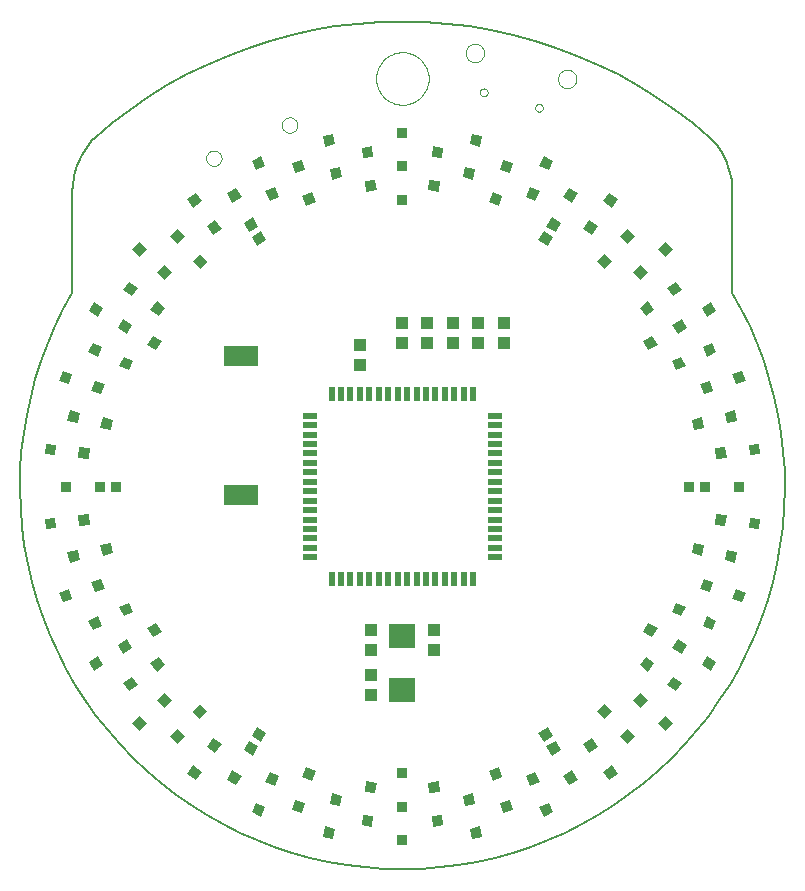
<source format=gbp>
G75*
G70*
%OFA0B0*%
%FSLAX24Y24*%
%IPPOS*%
%LPD*%
%AMOC8*
5,1,8,0,0,1.08239X$1,22.5*
%
%ADD10C,0.0050*%
%ADD11C,0.0000*%
%ADD12R,0.0350X0.0350*%
%ADD13R,0.0350X0.0350*%
%ADD14R,0.0200X0.0470*%
%ADD15R,0.0470X0.0200*%
%ADD16R,0.0394X0.0433*%
%ADD17R,0.0433X0.0394*%
%ADD18R,0.0866X0.0800*%
%ADD19R,0.1181X0.0689*%
D10*
X004605Y022052D02*
X004303Y021507D01*
X004029Y020948D01*
X003781Y020376D01*
X003562Y019793D01*
X003372Y019200D01*
X003211Y018598D01*
X003080Y017989D01*
X002978Y017375D01*
X002907Y016756D01*
X002866Y016134D01*
X002855Y015512D01*
X002875Y014889D01*
X002925Y014268D01*
X003006Y013651D01*
X003116Y013038D01*
X003256Y012431D01*
X003426Y011831D01*
X003625Y011241D01*
X003852Y010661D01*
X004108Y010093D01*
X004391Y009538D01*
X004701Y008998D01*
X005036Y008473D01*
X005397Y007965D01*
X005782Y007476D01*
X006191Y007006D01*
X006622Y006556D01*
X007075Y006129D01*
X007548Y005723D01*
X008040Y005342D01*
X008551Y004984D01*
X009078Y004653D01*
X009620Y004347D01*
X010177Y004068D01*
X010747Y003817D01*
X011329Y003593D01*
X011921Y003399D01*
X012521Y003234D01*
X013129Y003098D01*
X013743Y002992D01*
X014361Y002916D01*
X014982Y002870D01*
X015605Y002855D01*
X016228Y002870D01*
X016849Y002916D01*
X017467Y002992D01*
X018081Y003098D01*
X018689Y003234D01*
X019289Y003399D01*
X019881Y003593D01*
X020463Y003817D01*
X021033Y004068D01*
X021590Y004347D01*
X022132Y004653D01*
X022659Y004984D01*
X023170Y005342D01*
X023662Y005723D01*
X024135Y006129D01*
X024588Y006556D01*
X025019Y007006D01*
X025428Y007476D01*
X025813Y007965D01*
X026174Y008473D01*
X026509Y008998D01*
X026819Y009538D01*
X027102Y010093D01*
X027358Y010661D01*
X027585Y011241D01*
X027784Y011831D01*
X027954Y012431D01*
X028094Y013038D01*
X028204Y013651D01*
X028285Y014268D01*
X028335Y014889D01*
X028355Y015512D01*
X028344Y016134D01*
X028303Y016756D01*
X028232Y017375D01*
X028130Y017989D01*
X027999Y018598D01*
X027838Y019200D01*
X027648Y019793D01*
X027429Y020376D01*
X027181Y020948D01*
X026907Y021507D01*
X026605Y022052D01*
X026605Y025480D01*
X026601Y025595D01*
X026592Y025710D01*
X026577Y025824D01*
X026557Y025937D01*
X026532Y026050D01*
X026502Y026161D01*
X026466Y026270D01*
X026426Y026378D01*
X026381Y026484D01*
X026331Y026587D01*
X026276Y026688D01*
X026216Y026787D01*
X026153Y026882D01*
X026084Y026975D01*
X026012Y027064D01*
X025935Y027150D01*
X025855Y027232D01*
X025283Y027712D01*
X024689Y028164D01*
X024074Y028587D01*
X023439Y028980D01*
X022786Y029341D01*
X022116Y029671D01*
X021431Y029968D01*
X020733Y030232D01*
X020023Y030462D01*
X019302Y030658D01*
X018573Y030818D01*
X017837Y030943D01*
X017096Y031033D01*
X016351Y031087D01*
X015605Y031105D01*
X014859Y031087D01*
X014114Y031033D01*
X013373Y030943D01*
X012637Y030818D01*
X011908Y030658D01*
X011187Y030462D01*
X010477Y030232D01*
X009779Y029968D01*
X009094Y029671D01*
X008424Y029341D01*
X007771Y028980D01*
X007136Y028587D01*
X006521Y028164D01*
X005927Y027712D01*
X005355Y027232D01*
X004605Y025355D02*
X004605Y022052D01*
X004605Y025355D02*
X004606Y025477D01*
X004613Y025599D01*
X004626Y025720D01*
X004644Y025841D01*
X004668Y025960D01*
X004697Y026079D01*
X004732Y026196D01*
X004772Y026311D01*
X004817Y026424D01*
X004867Y026535D01*
X004923Y026644D01*
X004983Y026750D01*
X005049Y026853D01*
X005119Y026953D01*
X005193Y027050D01*
X005272Y027143D01*
X005355Y027232D01*
D11*
X009064Y026549D02*
X009066Y026580D01*
X009072Y026611D01*
X009081Y026641D01*
X009094Y026670D01*
X009111Y026697D01*
X009131Y026721D01*
X009153Y026743D01*
X009179Y026762D01*
X009206Y026778D01*
X009235Y026790D01*
X009265Y026799D01*
X009296Y026804D01*
X009328Y026805D01*
X009359Y026802D01*
X009390Y026795D01*
X009420Y026785D01*
X009448Y026771D01*
X009474Y026753D01*
X009498Y026733D01*
X009519Y026709D01*
X009538Y026684D01*
X009553Y026656D01*
X009564Y026627D01*
X009572Y026596D01*
X009576Y026565D01*
X009576Y026533D01*
X009572Y026502D01*
X009564Y026471D01*
X009553Y026442D01*
X009538Y026414D01*
X009519Y026389D01*
X009498Y026365D01*
X009474Y026345D01*
X009448Y026327D01*
X009420Y026313D01*
X009390Y026303D01*
X009359Y026296D01*
X009328Y026293D01*
X009296Y026294D01*
X009265Y026299D01*
X009235Y026308D01*
X009206Y026320D01*
X009179Y026336D01*
X009153Y026355D01*
X009131Y026377D01*
X009111Y026401D01*
X009094Y026428D01*
X009081Y026457D01*
X009072Y026487D01*
X009066Y026518D01*
X009064Y026549D01*
X011590Y027653D02*
X011592Y027684D01*
X011598Y027715D01*
X011607Y027745D01*
X011620Y027774D01*
X011637Y027801D01*
X011657Y027825D01*
X011679Y027847D01*
X011705Y027866D01*
X011732Y027882D01*
X011761Y027894D01*
X011791Y027903D01*
X011822Y027908D01*
X011854Y027909D01*
X011885Y027906D01*
X011916Y027899D01*
X011946Y027889D01*
X011974Y027875D01*
X012000Y027857D01*
X012024Y027837D01*
X012045Y027813D01*
X012064Y027788D01*
X012079Y027760D01*
X012090Y027731D01*
X012098Y027700D01*
X012102Y027669D01*
X012102Y027637D01*
X012098Y027606D01*
X012090Y027575D01*
X012079Y027546D01*
X012064Y027518D01*
X012045Y027493D01*
X012024Y027469D01*
X012000Y027449D01*
X011974Y027431D01*
X011946Y027417D01*
X011916Y027407D01*
X011885Y027400D01*
X011854Y027397D01*
X011822Y027398D01*
X011791Y027403D01*
X011761Y027412D01*
X011732Y027424D01*
X011705Y027440D01*
X011679Y027459D01*
X011657Y027481D01*
X011637Y027505D01*
X011620Y027532D01*
X011607Y027561D01*
X011598Y027591D01*
X011592Y027622D01*
X011590Y027653D01*
X014730Y029205D02*
X014732Y029264D01*
X014738Y029323D01*
X014748Y029381D01*
X014762Y029439D01*
X014779Y029495D01*
X014801Y029550D01*
X014826Y029604D01*
X014855Y029655D01*
X014887Y029705D01*
X014922Y029752D01*
X014961Y029797D01*
X015002Y029839D01*
X015046Y029878D01*
X015093Y029915D01*
X015142Y029948D01*
X015193Y029977D01*
X015246Y030003D01*
X015301Y030026D01*
X015357Y030044D01*
X015414Y030059D01*
X015473Y030070D01*
X015531Y030077D01*
X015590Y030080D01*
X015649Y030079D01*
X015708Y030074D01*
X015767Y030065D01*
X015824Y030052D01*
X015881Y030035D01*
X015936Y030015D01*
X015990Y029991D01*
X016042Y029963D01*
X016093Y029932D01*
X016141Y029897D01*
X016186Y029859D01*
X016229Y029818D01*
X016269Y029775D01*
X016306Y029729D01*
X016340Y029680D01*
X016370Y029630D01*
X016397Y029577D01*
X016420Y029523D01*
X016440Y029467D01*
X016456Y029410D01*
X016468Y029352D01*
X016476Y029294D01*
X016480Y029235D01*
X016480Y029175D01*
X016476Y029116D01*
X016468Y029058D01*
X016456Y029000D01*
X016440Y028943D01*
X016420Y028887D01*
X016397Y028833D01*
X016370Y028780D01*
X016340Y028730D01*
X016306Y028681D01*
X016269Y028635D01*
X016229Y028592D01*
X016186Y028551D01*
X016141Y028513D01*
X016093Y028478D01*
X016043Y028447D01*
X015990Y028419D01*
X015936Y028395D01*
X015881Y028375D01*
X015824Y028358D01*
X015767Y028345D01*
X015708Y028336D01*
X015649Y028331D01*
X015590Y028330D01*
X015531Y028333D01*
X015473Y028340D01*
X015414Y028351D01*
X015357Y028366D01*
X015301Y028384D01*
X015246Y028407D01*
X015193Y028433D01*
X015142Y028462D01*
X015093Y028495D01*
X015046Y028532D01*
X015002Y028571D01*
X014961Y028613D01*
X014922Y028658D01*
X014887Y028705D01*
X014855Y028755D01*
X014826Y028806D01*
X014801Y028860D01*
X014779Y028915D01*
X014762Y028971D01*
X014748Y029029D01*
X014738Y029087D01*
X014732Y029146D01*
X014730Y029205D01*
X017712Y030056D02*
X017714Y030091D01*
X017720Y030125D01*
X017730Y030158D01*
X017743Y030191D01*
X017760Y030221D01*
X017781Y030249D01*
X017804Y030275D01*
X017831Y030298D01*
X017859Y030317D01*
X017890Y030333D01*
X017923Y030346D01*
X017956Y030355D01*
X017991Y030360D01*
X018026Y030361D01*
X018060Y030358D01*
X018095Y030351D01*
X018128Y030340D01*
X018159Y030326D01*
X018189Y030308D01*
X018217Y030287D01*
X018242Y030262D01*
X018264Y030235D01*
X018283Y030206D01*
X018298Y030175D01*
X018310Y030142D01*
X018318Y030108D01*
X018322Y030073D01*
X018322Y030039D01*
X018318Y030004D01*
X018310Y029970D01*
X018298Y029937D01*
X018283Y029906D01*
X018264Y029877D01*
X018242Y029850D01*
X018217Y029825D01*
X018189Y029804D01*
X018159Y029786D01*
X018128Y029772D01*
X018095Y029761D01*
X018060Y029754D01*
X018026Y029751D01*
X017991Y029752D01*
X017956Y029757D01*
X017923Y029766D01*
X017890Y029779D01*
X017859Y029795D01*
X017831Y029814D01*
X017804Y029837D01*
X017781Y029863D01*
X017760Y029891D01*
X017743Y029921D01*
X017730Y029954D01*
X017720Y029987D01*
X017714Y030021D01*
X017712Y030056D01*
X018190Y028745D02*
X018192Y028767D01*
X018198Y028789D01*
X018207Y028809D01*
X018220Y028827D01*
X018236Y028843D01*
X018254Y028856D01*
X018274Y028865D01*
X018296Y028871D01*
X018318Y028873D01*
X018340Y028871D01*
X018362Y028865D01*
X018382Y028856D01*
X018400Y028843D01*
X018416Y028827D01*
X018429Y028809D01*
X018438Y028789D01*
X018444Y028767D01*
X018446Y028745D01*
X018444Y028723D01*
X018438Y028701D01*
X018429Y028681D01*
X018416Y028663D01*
X018400Y028647D01*
X018382Y028634D01*
X018362Y028625D01*
X018340Y028619D01*
X018318Y028617D01*
X018296Y028619D01*
X018274Y028625D01*
X018254Y028634D01*
X018236Y028647D01*
X018220Y028663D01*
X018207Y028681D01*
X018198Y028701D01*
X018192Y028723D01*
X018190Y028745D01*
X020029Y028228D02*
X020031Y028250D01*
X020037Y028272D01*
X020046Y028292D01*
X020059Y028310D01*
X020075Y028326D01*
X020093Y028339D01*
X020113Y028348D01*
X020135Y028354D01*
X020157Y028356D01*
X020179Y028354D01*
X020201Y028348D01*
X020221Y028339D01*
X020239Y028326D01*
X020255Y028310D01*
X020268Y028292D01*
X020277Y028272D01*
X020283Y028250D01*
X020285Y028228D01*
X020283Y028206D01*
X020277Y028184D01*
X020268Y028164D01*
X020255Y028146D01*
X020239Y028130D01*
X020221Y028117D01*
X020201Y028108D01*
X020179Y028102D01*
X020157Y028100D01*
X020135Y028102D01*
X020113Y028108D01*
X020093Y028117D01*
X020075Y028130D01*
X020059Y028146D01*
X020046Y028164D01*
X020037Y028184D01*
X020031Y028206D01*
X020029Y028228D01*
X020792Y029190D02*
X020794Y029225D01*
X020800Y029259D01*
X020810Y029292D01*
X020823Y029325D01*
X020840Y029355D01*
X020861Y029383D01*
X020884Y029409D01*
X020911Y029432D01*
X020939Y029451D01*
X020970Y029467D01*
X021003Y029480D01*
X021036Y029489D01*
X021071Y029494D01*
X021106Y029495D01*
X021140Y029492D01*
X021175Y029485D01*
X021208Y029474D01*
X021239Y029460D01*
X021269Y029442D01*
X021297Y029421D01*
X021322Y029396D01*
X021344Y029369D01*
X021363Y029340D01*
X021378Y029309D01*
X021390Y029276D01*
X021398Y029242D01*
X021402Y029207D01*
X021402Y029173D01*
X021398Y029138D01*
X021390Y029104D01*
X021378Y029071D01*
X021363Y029040D01*
X021344Y029011D01*
X021322Y028984D01*
X021297Y028959D01*
X021269Y028938D01*
X021239Y028920D01*
X021208Y028906D01*
X021175Y028895D01*
X021140Y028888D01*
X021106Y028885D01*
X021071Y028886D01*
X021036Y028891D01*
X021003Y028900D01*
X020970Y028913D01*
X020939Y028929D01*
X020911Y028948D01*
X020884Y028971D01*
X020861Y028997D01*
X020840Y029025D01*
X020823Y029055D01*
X020810Y029088D01*
X020800Y029121D01*
X020794Y029155D01*
X020792Y029190D01*
D12*
X015605Y027400D03*
X015605Y026275D03*
X015605Y025150D03*
X006060Y015605D03*
X005525Y015605D03*
X004400Y015605D03*
X015605Y006060D03*
X015605Y004935D03*
X015605Y003810D03*
X025150Y015605D03*
X025685Y015605D03*
X026810Y015605D03*
D13*
G36*
X006851Y007959D02*
X007086Y007700D01*
X006827Y007465D01*
X006592Y007724D01*
X006851Y007959D01*
G37*
G36*
X007687Y008712D02*
X007922Y008453D01*
X007663Y008218D01*
X007428Y008477D01*
X007687Y008712D01*
G37*
G36*
X007412Y009436D02*
X007206Y009718D01*
X007488Y009924D01*
X007694Y009642D01*
X007412Y009436D01*
G37*
G36*
X006502Y008775D02*
X006296Y009057D01*
X006578Y009263D01*
X006784Y008981D01*
X006502Y008775D01*
G37*
G36*
X005454Y009946D02*
X005629Y009643D01*
X005326Y009468D01*
X005151Y009771D01*
X005454Y009946D01*
G37*
G36*
X006428Y010509D02*
X006603Y010206D01*
X006300Y010031D01*
X006125Y010334D01*
X006428Y010509D01*
G37*
G36*
X007403Y011071D02*
X007578Y010768D01*
X007275Y010593D01*
X007100Y010896D01*
X007403Y011071D01*
G37*
G36*
X006309Y011274D02*
X006166Y011593D01*
X006485Y011736D01*
X006628Y011417D01*
X006309Y011274D01*
G37*
G36*
X005281Y010817D02*
X005138Y011136D01*
X005457Y011279D01*
X005600Y010960D01*
X005281Y010817D01*
G37*
G36*
X004499Y012180D02*
X004607Y011848D01*
X004275Y011740D01*
X004167Y012072D01*
X004499Y012180D01*
G37*
G36*
X005569Y012528D02*
X005677Y012196D01*
X005345Y012088D01*
X005237Y012420D01*
X005569Y012528D01*
G37*
G36*
X004511Y013068D02*
X004438Y013409D01*
X004779Y013482D01*
X004852Y013141D01*
X004511Y013068D01*
G37*
G36*
X005612Y013302D02*
X005539Y013643D01*
X005880Y013716D01*
X005953Y013375D01*
X005612Y013302D01*
G37*
G36*
X005148Y014682D02*
X005185Y014335D01*
X004838Y014298D01*
X004801Y014645D01*
X005148Y014682D01*
G37*
G36*
X004029Y014564D02*
X004066Y014217D01*
X003719Y014180D01*
X003682Y014527D01*
X004029Y014564D01*
G37*
G36*
X004066Y016993D02*
X004029Y016646D01*
X003682Y016683D01*
X003719Y017030D01*
X004066Y016993D01*
G37*
G36*
X005185Y016875D02*
X005148Y016528D01*
X004801Y016565D01*
X004838Y016912D01*
X005185Y016875D01*
G37*
G36*
X005539Y017567D02*
X005612Y017908D01*
X005953Y017835D01*
X005880Y017494D01*
X005539Y017567D01*
G37*
G36*
X004438Y017801D02*
X004511Y018142D01*
X004852Y018069D01*
X004779Y017728D01*
X004438Y017801D01*
G37*
G36*
X005677Y019014D02*
X005569Y018682D01*
X005237Y018790D01*
X005345Y019122D01*
X005677Y019014D01*
G37*
G36*
X006166Y019617D02*
X006309Y019936D01*
X006628Y019793D01*
X006485Y019474D01*
X006166Y019617D01*
G37*
G36*
X005138Y020074D02*
X005281Y020393D01*
X005600Y020250D01*
X005457Y019931D01*
X005138Y020074D01*
G37*
G36*
X004607Y019362D02*
X004499Y019030D01*
X004167Y019138D01*
X004275Y019470D01*
X004607Y019362D01*
G37*
G36*
X006603Y021004D02*
X006428Y020701D01*
X006125Y020876D01*
X006300Y021179D01*
X006603Y021004D01*
G37*
G36*
X007578Y020442D02*
X007403Y020139D01*
X007100Y020314D01*
X007275Y020617D01*
X007578Y020442D01*
G37*
G36*
X007206Y021492D02*
X007412Y021774D01*
X007694Y021568D01*
X007488Y021286D01*
X007206Y021492D01*
G37*
G36*
X006296Y022153D02*
X006502Y022435D01*
X006784Y022229D01*
X006578Y021947D01*
X006296Y022153D01*
G37*
G36*
X005629Y021567D02*
X005454Y021264D01*
X005151Y021439D01*
X005326Y021742D01*
X005629Y021567D01*
G37*
G36*
X007086Y023510D02*
X006851Y023251D01*
X006592Y023486D01*
X006827Y023745D01*
X007086Y023510D01*
G37*
G36*
X007922Y022757D02*
X007687Y022498D01*
X007428Y022733D01*
X007663Y022992D01*
X007922Y022757D01*
G37*
G36*
X008613Y023108D02*
X008872Y023343D01*
X009107Y023084D01*
X008848Y022849D01*
X008613Y023108D01*
G37*
G36*
X007861Y023944D02*
X008120Y024179D01*
X008355Y023920D01*
X008096Y023685D01*
X007861Y023944D01*
G37*
G36*
X008916Y025110D02*
X008634Y024904D01*
X008428Y025186D01*
X008710Y025392D01*
X008916Y025110D01*
G37*
G36*
X009577Y024199D02*
X009295Y023993D01*
X009089Y024275D01*
X009371Y024481D01*
X009577Y024199D01*
G37*
G36*
X010326Y024398D02*
X010629Y024573D01*
X010804Y024270D01*
X010501Y024095D01*
X010326Y024398D01*
G37*
G36*
X011071Y023807D02*
X010768Y023632D01*
X010593Y023935D01*
X010896Y024110D01*
X011071Y023807D01*
G37*
G36*
X011496Y025265D02*
X011177Y025122D01*
X011034Y025441D01*
X011353Y025584D01*
X011496Y025265D01*
G37*
G36*
X011923Y026373D02*
X012255Y026481D01*
X012363Y026149D01*
X012031Y026041D01*
X011923Y026373D01*
G37*
G36*
X011038Y026293D02*
X010719Y026150D01*
X010576Y026469D01*
X010895Y026612D01*
X011038Y026293D01*
G37*
G36*
X009764Y025373D02*
X010067Y025548D01*
X010242Y025245D01*
X009939Y025070D01*
X009764Y025373D01*
G37*
G36*
X012270Y025303D02*
X012602Y025411D01*
X012710Y025079D01*
X012378Y024971D01*
X012270Y025303D01*
G37*
G36*
X013594Y025908D02*
X013253Y025835D01*
X013180Y026176D01*
X013521Y026249D01*
X013594Y025908D01*
G37*
G36*
X014359Y025784D02*
X014706Y025821D01*
X014743Y025474D01*
X014396Y025437D01*
X014359Y025784D01*
G37*
G36*
X014242Y026903D02*
X014589Y026940D01*
X014626Y026593D01*
X014279Y026556D01*
X014242Y026903D01*
G37*
G36*
X013360Y027009D02*
X013019Y026936D01*
X012946Y027277D01*
X013287Y027350D01*
X013360Y027009D01*
G37*
G36*
X016621Y026940D02*
X016968Y026903D01*
X016931Y026556D01*
X016584Y026593D01*
X016621Y026940D01*
G37*
G36*
X016504Y025821D02*
X016851Y025784D01*
X016814Y025437D01*
X016467Y025474D01*
X016504Y025821D01*
G37*
G36*
X017957Y025835D02*
X017616Y025908D01*
X017689Y026249D01*
X018030Y026176D01*
X017957Y025835D01*
G37*
G36*
X018608Y025411D02*
X018940Y025303D01*
X018832Y024971D01*
X018500Y025079D01*
X018608Y025411D01*
G37*
G36*
X018955Y026481D02*
X019287Y026373D01*
X019179Y026041D01*
X018847Y026149D01*
X018955Y026481D01*
G37*
G36*
X018191Y026936D02*
X017850Y027009D01*
X017923Y027350D01*
X018264Y027277D01*
X018191Y026936D01*
G37*
G36*
X020033Y025122D02*
X019714Y025265D01*
X019857Y025584D01*
X020176Y025441D01*
X020033Y025122D01*
G37*
G36*
X020581Y024573D02*
X020884Y024398D01*
X020709Y024095D01*
X020406Y024270D01*
X020581Y024573D01*
G37*
G36*
X020442Y023632D02*
X020139Y023807D01*
X020314Y024110D01*
X020617Y023935D01*
X020442Y023632D01*
G37*
G36*
X021915Y023993D02*
X021633Y024199D01*
X021839Y024481D01*
X022121Y024275D01*
X021915Y023993D01*
G37*
G36*
X022338Y023343D02*
X022597Y023108D01*
X022362Y022849D01*
X022103Y023084D01*
X022338Y023343D01*
G37*
G36*
X023090Y024179D02*
X023349Y023944D01*
X023114Y023685D01*
X022855Y023920D01*
X023090Y024179D01*
G37*
G36*
X022576Y024904D02*
X022294Y025110D01*
X022500Y025392D01*
X022782Y025186D01*
X022576Y024904D01*
G37*
G36*
X021143Y025548D02*
X021446Y025373D01*
X021271Y025070D01*
X020968Y025245D01*
X021143Y025548D01*
G37*
G36*
X020491Y026150D02*
X020172Y026293D01*
X020315Y026612D01*
X020634Y026469D01*
X020491Y026150D01*
G37*
G36*
X023523Y022498D02*
X023288Y022757D01*
X023547Y022992D01*
X023782Y022733D01*
X023523Y022498D01*
G37*
G36*
X023798Y021774D02*
X024004Y021492D01*
X023722Y021286D01*
X023516Y021568D01*
X023798Y021774D01*
G37*
G36*
X024708Y022435D02*
X024914Y022153D01*
X024632Y021947D01*
X024426Y022229D01*
X024708Y022435D01*
G37*
G36*
X024359Y023251D02*
X024124Y023510D01*
X024383Y023745D01*
X024618Y023486D01*
X024359Y023251D01*
G37*
G36*
X025756Y021264D02*
X025581Y021567D01*
X025884Y021742D01*
X026059Y021439D01*
X025756Y021264D01*
G37*
G36*
X024782Y020701D02*
X024607Y021004D01*
X024910Y021179D01*
X025085Y020876D01*
X024782Y020701D01*
G37*
G36*
X023807Y020139D02*
X023632Y020442D01*
X023935Y020617D01*
X024110Y020314D01*
X023807Y020139D01*
G37*
G36*
X024901Y019936D02*
X025044Y019617D01*
X024725Y019474D01*
X024582Y019793D01*
X024901Y019936D01*
G37*
G36*
X025929Y020393D02*
X026072Y020074D01*
X025753Y019931D01*
X025610Y020250D01*
X025929Y020393D01*
G37*
G36*
X026711Y019030D02*
X026603Y019362D01*
X026935Y019470D01*
X027043Y019138D01*
X026711Y019030D01*
G37*
G36*
X025641Y018682D02*
X025533Y019014D01*
X025865Y019122D01*
X025973Y018790D01*
X025641Y018682D01*
G37*
G36*
X025598Y017908D02*
X025671Y017567D01*
X025330Y017494D01*
X025257Y017835D01*
X025598Y017908D01*
G37*
G36*
X026699Y018142D02*
X026772Y017801D01*
X026431Y017728D01*
X026358Y018069D01*
X026699Y018142D01*
G37*
G36*
X027181Y016646D02*
X027144Y016993D01*
X027491Y017030D01*
X027528Y016683D01*
X027181Y016646D01*
G37*
G36*
X026062Y016528D02*
X026025Y016875D01*
X026372Y016912D01*
X026409Y016565D01*
X026062Y016528D01*
G37*
G36*
X026025Y014335D02*
X026062Y014682D01*
X026409Y014645D01*
X026372Y014298D01*
X026025Y014335D01*
G37*
G36*
X025671Y013643D02*
X025598Y013302D01*
X025257Y013375D01*
X025330Y013716D01*
X025671Y013643D01*
G37*
G36*
X026772Y013409D02*
X026699Y013068D01*
X026358Y013141D01*
X026431Y013482D01*
X026772Y013409D01*
G37*
G36*
X027144Y014217D02*
X027181Y014564D01*
X027528Y014527D01*
X027491Y014180D01*
X027144Y014217D01*
G37*
G36*
X025533Y012196D02*
X025641Y012528D01*
X025973Y012420D01*
X025865Y012088D01*
X025533Y012196D01*
G37*
G36*
X025044Y011593D02*
X024901Y011274D01*
X024582Y011417D01*
X024725Y011736D01*
X025044Y011593D01*
G37*
G36*
X026072Y011136D02*
X025929Y010817D01*
X025610Y010960D01*
X025753Y011279D01*
X026072Y011136D01*
G37*
G36*
X026603Y011848D02*
X026711Y012180D01*
X027043Y012072D01*
X026935Y011740D01*
X026603Y011848D01*
G37*
G36*
X024607Y010206D02*
X024782Y010509D01*
X025085Y010334D01*
X024910Y010031D01*
X024607Y010206D01*
G37*
G36*
X023632Y010768D02*
X023807Y011071D01*
X024110Y010896D01*
X023935Y010593D01*
X023632Y010768D01*
G37*
G36*
X024004Y009718D02*
X023798Y009436D01*
X023516Y009642D01*
X023722Y009924D01*
X024004Y009718D01*
G37*
G36*
X024914Y009057D02*
X024708Y008775D01*
X024426Y008981D01*
X024632Y009263D01*
X024914Y009057D01*
G37*
G36*
X025581Y009643D02*
X025756Y009946D01*
X026059Y009771D01*
X025884Y009468D01*
X025581Y009643D01*
G37*
G36*
X024124Y007700D02*
X024359Y007959D01*
X024618Y007724D01*
X024383Y007465D01*
X024124Y007700D01*
G37*
G36*
X023288Y008453D02*
X023523Y008712D01*
X023782Y008477D01*
X023547Y008218D01*
X023288Y008453D01*
G37*
G36*
X022597Y008102D02*
X022338Y007867D01*
X022103Y008126D01*
X022362Y008361D01*
X022597Y008102D01*
G37*
G36*
X023349Y007266D02*
X023090Y007031D01*
X022855Y007290D01*
X023114Y007525D01*
X023349Y007266D01*
G37*
G36*
X022294Y006100D02*
X022576Y006306D01*
X022782Y006024D01*
X022500Y005818D01*
X022294Y006100D01*
G37*
G36*
X021633Y007011D02*
X021915Y007217D01*
X022121Y006935D01*
X021839Y006729D01*
X021633Y007011D01*
G37*
G36*
X020884Y006812D02*
X020581Y006637D01*
X020406Y006940D01*
X020709Y007115D01*
X020884Y006812D01*
G37*
G36*
X020139Y007403D02*
X020442Y007578D01*
X020617Y007275D01*
X020314Y007100D01*
X020139Y007403D01*
G37*
G36*
X019714Y005945D02*
X020033Y006088D01*
X020176Y005769D01*
X019857Y005626D01*
X019714Y005945D01*
G37*
G36*
X019287Y004837D02*
X018955Y004729D01*
X018847Y005061D01*
X019179Y005169D01*
X019287Y004837D01*
G37*
G36*
X020172Y004917D02*
X020491Y005060D01*
X020634Y004741D01*
X020315Y004598D01*
X020172Y004917D01*
G37*
G36*
X021446Y005837D02*
X021143Y005662D01*
X020968Y005965D01*
X021271Y006140D01*
X021446Y005837D01*
G37*
G36*
X018940Y005907D02*
X018608Y005799D01*
X018500Y006131D01*
X018832Y006239D01*
X018940Y005907D01*
G37*
G36*
X017616Y005302D02*
X017957Y005375D01*
X018030Y005034D01*
X017689Y004961D01*
X017616Y005302D01*
G37*
G36*
X016851Y005426D02*
X016504Y005389D01*
X016467Y005736D01*
X016814Y005773D01*
X016851Y005426D01*
G37*
G36*
X016968Y004307D02*
X016621Y004270D01*
X016584Y004617D01*
X016931Y004654D01*
X016968Y004307D01*
G37*
G36*
X017850Y004201D02*
X018191Y004274D01*
X018264Y003933D01*
X017923Y003860D01*
X017850Y004201D01*
G37*
G36*
X014589Y004270D02*
X014242Y004307D01*
X014279Y004654D01*
X014626Y004617D01*
X014589Y004270D01*
G37*
G36*
X014706Y005389D02*
X014359Y005426D01*
X014396Y005773D01*
X014743Y005736D01*
X014706Y005389D01*
G37*
G36*
X013253Y005375D02*
X013594Y005302D01*
X013521Y004961D01*
X013180Y005034D01*
X013253Y005375D01*
G37*
G36*
X012602Y005799D02*
X012270Y005907D01*
X012378Y006239D01*
X012710Y006131D01*
X012602Y005799D01*
G37*
G36*
X012255Y004729D02*
X011923Y004837D01*
X012031Y005169D01*
X012363Y005061D01*
X012255Y004729D01*
G37*
G36*
X013019Y004274D02*
X013360Y004201D01*
X013287Y003860D01*
X012946Y003933D01*
X013019Y004274D01*
G37*
G36*
X011177Y006088D02*
X011496Y005945D01*
X011353Y005626D01*
X011034Y005769D01*
X011177Y006088D01*
G37*
G36*
X010629Y006637D02*
X010326Y006812D01*
X010501Y007115D01*
X010804Y006940D01*
X010629Y006637D01*
G37*
G36*
X010768Y007578D02*
X011071Y007403D01*
X010896Y007100D01*
X010593Y007275D01*
X010768Y007578D01*
G37*
G36*
X009295Y007217D02*
X009577Y007011D01*
X009371Y006729D01*
X009089Y006935D01*
X009295Y007217D01*
G37*
G36*
X008872Y007867D02*
X008613Y008102D01*
X008848Y008361D01*
X009107Y008126D01*
X008872Y007867D01*
G37*
G36*
X008120Y007031D02*
X007861Y007266D01*
X008096Y007525D01*
X008355Y007290D01*
X008120Y007031D01*
G37*
G36*
X008634Y006306D02*
X008916Y006100D01*
X008710Y005818D01*
X008428Y006024D01*
X008634Y006306D01*
G37*
G36*
X010067Y005662D02*
X009764Y005837D01*
X009939Y006140D01*
X010242Y005965D01*
X010067Y005662D01*
G37*
G36*
X010719Y005060D02*
X011038Y004917D01*
X010895Y004598D01*
X010576Y004741D01*
X010719Y005060D01*
G37*
D14*
X013243Y012534D03*
X013558Y012534D03*
X013873Y012534D03*
X014188Y012534D03*
X014503Y012534D03*
X014818Y012534D03*
X015133Y012534D03*
X015448Y012534D03*
X015762Y012534D03*
X016077Y012534D03*
X016392Y012534D03*
X016707Y012534D03*
X017022Y012534D03*
X017337Y012534D03*
X017652Y012534D03*
X017967Y012534D03*
X017967Y018676D03*
X017652Y018676D03*
X017337Y018676D03*
X017022Y018676D03*
X016707Y018676D03*
X016392Y018676D03*
X016077Y018676D03*
X015762Y018676D03*
X015448Y018676D03*
X015133Y018676D03*
X014818Y018676D03*
X014503Y018676D03*
X014188Y018676D03*
X013873Y018676D03*
X013558Y018676D03*
X013243Y018676D03*
D15*
X012534Y017967D03*
X012534Y017652D03*
X012534Y017337D03*
X012534Y017022D03*
X012534Y016707D03*
X012534Y016392D03*
X012534Y016077D03*
X012534Y015762D03*
X012534Y015448D03*
X012534Y015133D03*
X012534Y014818D03*
X012534Y014503D03*
X012534Y014188D03*
X012534Y013873D03*
X012534Y013558D03*
X012534Y013243D03*
X018676Y013243D03*
X018676Y013558D03*
X018676Y013873D03*
X018676Y014188D03*
X018676Y014503D03*
X018676Y014818D03*
X018676Y015133D03*
X018676Y015448D03*
X018676Y015762D03*
X018676Y016077D03*
X018676Y016392D03*
X018676Y016707D03*
X018676Y017022D03*
X018676Y017337D03*
X018676Y017652D03*
X018676Y017967D03*
D16*
X014188Y019645D03*
X014188Y020315D03*
X014555Y010815D03*
X014555Y010145D03*
X014555Y009315D03*
X014555Y008645D03*
X016655Y010145D03*
X016655Y010815D03*
D17*
X016430Y020395D03*
X016430Y021065D03*
X015580Y021065D03*
X015580Y020395D03*
X017280Y020395D03*
X017280Y021065D03*
X018130Y021065D03*
X018980Y021065D03*
X018980Y020395D03*
X018130Y020395D03*
D18*
X015605Y010630D03*
X015605Y008830D03*
D19*
X010230Y015317D03*
X010230Y019943D03*
M02*

</source>
